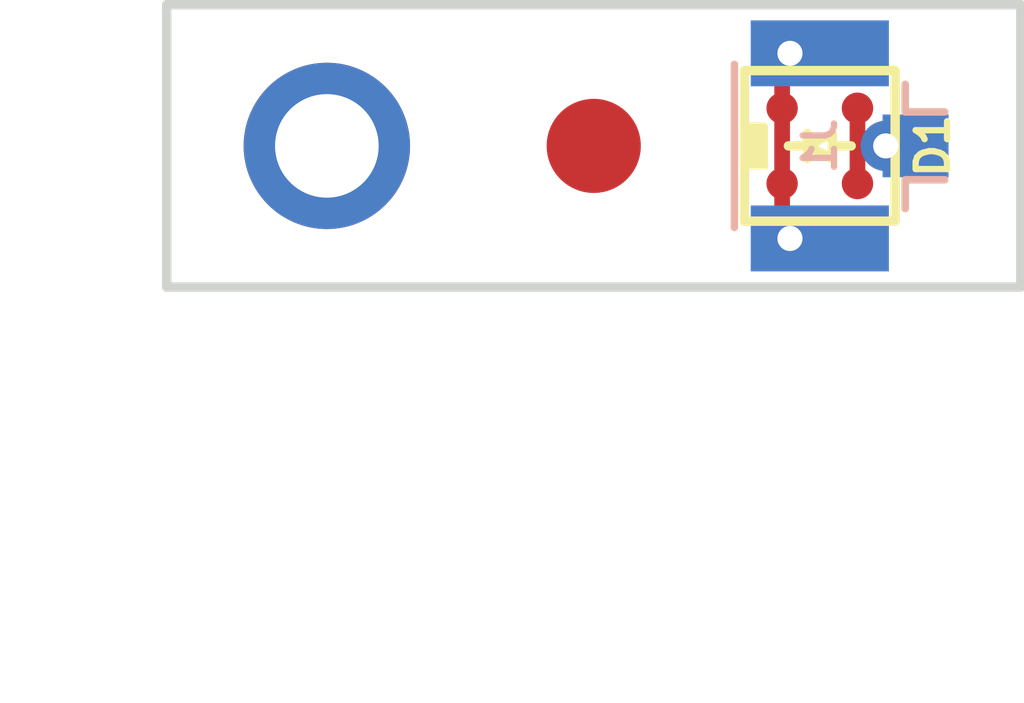
<source format=kicad_pcb>
(kicad_pcb (version 20211014) (generator pcbnew)
  (layers (0 "F.Cu" signal) (31 "B.Cu" signal) (34 "B.Paste" user) (35 "F.Paste" user) (36 "B.SilkS" user "B.Silkscreen") (37 "F.SilkS" user "F.Silkscreen") (38 "B.Mask" user) (39 "F.Mask" user) (44 "Edge.Cuts" user))
  (net 0 "")
  (net 1 "Net-(D1-PadK)")
  (net 2 "Net-(D1-PadA)")
  (footprint "S13360-2050VE:S13360-2050VE" (layer "F.Cu") (at 3.6 0 -90)
    (fp_text reference "D1" (at 0 -1.8 -90) (layer "F.SilkS") (effects (font (size 0.5 0.5) (thickness 0.1))))
    (fp_text value "S13360-2050VE" hide)
    (fp_line (start 1.2 -1.2) (end -1.2 -1.2) (layer "F.SilkS") (width 0.15))
    (fp_line (start 1.2 1.2) (end 1.2 -1.2) (layer "F.SilkS") (width 0.15))
    (fp_line (start -0.2 0.2) (end 0.2 0.2) (layer "F.SilkS") (width 0.15))
    (fp_line (start -1.2 1.2) (end 1.2 1.2) (layer "F.SilkS") (width 0.15))
    (fp_line (start 0.2 -0.2) (end 0 -0.2) (layer "F.SilkS") (width 0.15))
    (fp_line (start -1.2 -1.2) (end -1.2 1.2) (layer "F.SilkS") (width 0.15))
    (fp_line (start 0 -0.2) (end 0 -0.5) (layer "F.SilkS") (width 0.15))
    (fp_line (start 0 0.2) (end 0.2 -0.2) (layer "F.SilkS") (width 0.15))
    (fp_line (start 0 0.2) (end 0 0.5) (layer "F.SilkS") (width 0.15))
    (fp_line (start 0 -0.2) (end -0.2 -0.2) (layer "F.SilkS") (width 0.15))
    (fp_line (start -0.2 -0.2) (end 0 0.2) (layer "F.SilkS") (width 0.15))
    (fp_poly (pts (xy 0.3 1.2) (xy 0.3 0.9) (xy -0.3 0.9) (xy -0.3 1.2)) (layer "F.SilkS") (width 0.15) (fill solid))
    (pad "1" smd circle locked (at 0.6 -0.6 270) (size 0.5 0.5) (layers "F.Cu" "F.Paste" "F.Mask"))
    (pad "1" smd circle locked (at -0.6 -0.6 270) (size 0.5 0.5) (layers "F.Cu" "F.Paste" "F.Mask"))
    (pad "2" smd circle locked (at 0.6 0.6 270) (size 0.5 0.5) (layers "F.Cu" "F.Paste" "F.Mask"))
    (pad "2" smd circle locked (at -0.6 0.6 270) (size 0.5 0.5) (layers "F.Cu" "F.Paste" "F.Mask"))
  )
  (footprint "tooling:Fiducial_1.5mm_Mask3mm" (layer "F.Cu") (at 0 0)
    (fp_text reference "FD1" hide)
    (fp_text value "Fiducial" hide)
    (pad "" smd circle locked (at 0 0) (size 1.5 1.5) (layers "F.Cu" "F.Mask") (clearance 0.75))
  )
  (footprint "M1.6:M1.6" (layer "B.Cu") (at -4.25 0 180)
    (fp_text reference "H1" hide)
    (fp_text value "M1.6" hide)
    (pad "1" thru_hole circle (at 0 0 180) (size 2.65 2.65) (drill 1.65) (layers *.Cu *.Mask))
  )
  (footprint "U.FL:U.FL" (layer "B.Cu") (at 3.6 0 180)
    (fp_text reference "J1" (at 0 0 90) (layer "B.SilkS") (effects (font (size 0.5 0.5) (thickness 0.1)) (justify mirror)))
    (fp_text value "U.FL" hide)
    (fp_line (start -1.36 0.541745) (end -1.99 0.541745) (layer "B.SilkS") (width 0.12))
    (fp_line (start 1.36 1.3) (end 1.36 -1.3) (layer "B.SilkS") (width 0.12))
    (fp_line (start -1.36 0.981745) (end -1.36 0.541745) (layer "B.SilkS") (width 0.12))
    (fp_line (start -1.36 -1) (end -1.36 -0.56) (layer "B.SilkS") (width 0.12))
    (fp_line (start -1.36 -0.54) (end -1.99 -0.54) (layer "B.SilkS") (width 0.12))
    (pad "1" smd rect locked (at -1.525 0 180) (size 1.05 1) (layers "B.Cu" "B.Paste" "B.Mask") (net 2 "Net-(D1-PadA)"))
    (pad "2" smd rect locked (at 0 -1.475 180) (size 2.2 1.05) (layers "B.Cu" "B.Paste" "B.Mask") (net 1 "Net-(D1-PadK)"))
    (pad "2" smd rect locked (at 0 1.475 180) (size 2.2 1.05) (layers "B.Cu" "B.Paste" "B.Mask") (net 1 "Net-(D1-PadK)"))
  )
  (gr_line (start -6.8 -2.25) (end -6.8 2.25) (layer "Edge.Cuts") (width 0.15))
  (gr_line (start -6.8 2.25) (end 6.8 2.25) (layer "Edge.Cuts") (width 0.15))
  (gr_line (start 6.8 2.25) (end 6.8 -2.25) (layer "Edge.Cuts") (width 0.15))
  (gr_line (start 6.8 -2.25) (end -6.8 -2.25) (layer "Edge.Cuts") (width 0.15))
  (segment (start 3 1.35) (end 3.125 1.475) (width 0.25) (layer "F.Cu") (net 1))
  (segment (start 3 0.6) (end 3 1.35) (width 0.25) (layer "F.Cu") (net 1))
  (segment (start 3 -1.35) (end 3.125 -1.475) (width 0.25) (layer "F.Cu") (net 1))
  (segment (start 3 -0.6) (end 3 -1.35) (width 0.25) (layer "F.Cu") (net 1))
  (segment (start 3 0.6) (end 3 -0.6) (width 0.25) (layer "F.Cu") (net 1))
  (via (at 3.125 -1.475) (size 0.8) (drill 0.4) (layers "F.Cu" "B.Cu") (net 1))
  (via (at 3.125 1.475) (size 0.8) (drill 0.4) (layers "F.Cu" "B.Cu") (net 1))
  (segment (start 4.2 -0.6) (end 4.2 0) (width 0.25) (layer "F.Cu") (net 2))
  (segment (start 4.2 0) (end 4.65 0) (width 0.25) (layer "F.Cu") (net 2))
  (segment (start 4.2 0) (end 4.2 0.6) (width 0.25) (layer "F.Cu") (net 2))
  (via (at 4.65 0) (size 0.8) (drill 0.4) (layers "F.Cu" "B.Cu") (net 2))
)
</source>
